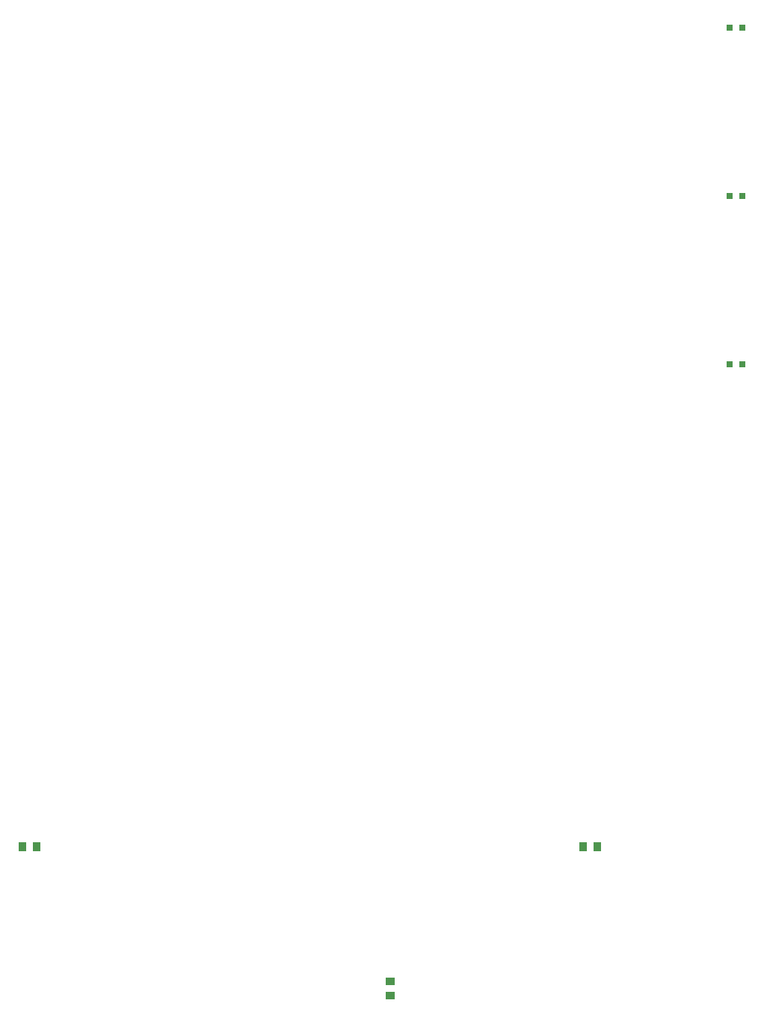
<source format=gbr>
G04 EAGLE Gerber RS-274X export*
G75*
%MOMM*%
%FSLAX34Y34*%
%LPD*%
%INSolderpaste Top*%
%IPPOS*%
%AMOC8*
5,1,8,0,0,1.08239X$1,22.5*%
G01*
%ADD10R,0.800000X0.800000*%
%ADD11R,0.949959X1.031241*%
%ADD12R,1.031241X0.949959*%


D10*
X881500Y1143000D03*
X896500Y1143000D03*
X881500Y952500D03*
X896500Y952500D03*
X881500Y762000D03*
X896500Y762000D03*
D11*
X715899Y215900D03*
X731901Y215900D03*
X96901Y215900D03*
X80899Y215900D03*
D12*
X497840Y63881D03*
X497840Y47879D03*
M02*

</source>
